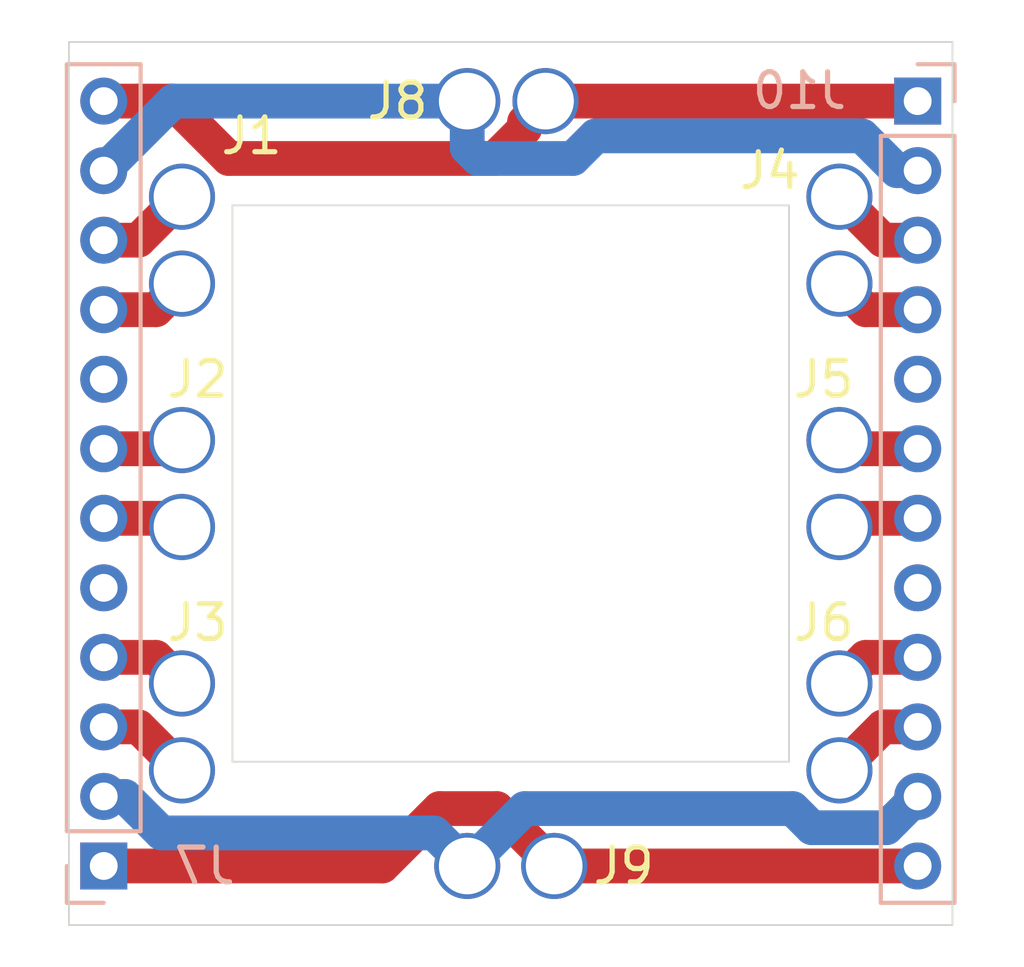
<source format=kicad_pcb>
(kicad_pcb (version 20171130) (host pcbnew 5.1.5-rc1)

  (general
    (thickness 1.6)
    (drawings 8)
    (tracks 57)
    (zones 0)
    (modules 18)
    (nets 17)
  )

  (page A4)
  (layers
    (0 F.Cu signal)
    (31 B.Cu signal)
    (32 B.Adhes user)
    (33 F.Adhes user)
    (34 B.Paste user)
    (35 F.Paste user)
    (36 B.SilkS user)
    (37 F.SilkS user)
    (38 B.Mask user)
    (39 F.Mask user)
    (40 Dwgs.User user)
    (41 Cmts.User user)
    (42 Eco1.User user)
    (43 Eco2.User user)
    (44 Edge.Cuts user)
    (45 Margin user)
    (46 B.CrtYd user)
    (47 F.CrtYd user)
    (48 B.Fab user)
    (49 F.Fab user)
  )

  (setup
    (last_trace_width 1)
    (user_trace_width 1)
    (trace_clearance 0.2)
    (zone_clearance 0.508)
    (zone_45_only no)
    (trace_min 0.2)
    (via_size 0.8)
    (via_drill 0.4)
    (via_min_size 0.4)
    (via_min_drill 0.3)
    (uvia_size 0.3)
    (uvia_drill 0.1)
    (uvias_allowed no)
    (uvia_min_size 0.2)
    (uvia_min_drill 0.1)
    (edge_width 0.05)
    (segment_width 0.2)
    (pcb_text_width 0.3)
    (pcb_text_size 1.5 1.5)
    (mod_edge_width 0.12)
    (mod_text_size 1 1)
    (mod_text_width 0.15)
    (pad_size 1.83 1.83)
    (pad_drill 1.63)
    (pad_to_mask_clearance 0.051)
    (solder_mask_min_width 0.25)
    (aux_axis_origin 0 0)
    (visible_elements FFFFFF7F)
    (pcbplotparams
      (layerselection 0x010fc_ffffffff)
      (usegerberextensions false)
      (usegerberattributes false)
      (usegerberadvancedattributes false)
      (creategerberjobfile false)
      (excludeedgelayer true)
      (linewidth 0.100000)
      (plotframeref false)
      (viasonmask false)
      (mode 1)
      (useauxorigin false)
      (hpglpennumber 1)
      (hpglpenspeed 20)
      (hpglpendiameter 15.000000)
      (psnegative false)
      (psa4output false)
      (plotreference true)
      (plotvalue true)
      (plotinvisibletext false)
      (padsonsilk false)
      (subtractmaskfromsilk false)
      (outputformat 1)
      (mirror false)
      (drillshape 0)
      (scaleselection 1)
      (outputdirectory "output"))
  )

  (net 0 "")
  (net 1 "Net-(J1-Pad1)")
  (net 2 "Net-(J2-Pad1)")
  (net 3 "Net-(J3-Pad1)")
  (net 4 "Net-(J10-Pad3)")
  (net 5 "Net-(J10-Pad6)")
  (net 6 "Net-(J10-Pad9)")
  (net 7 "Net-(J10-Pad12)")
  (net 8 "Net-(J10-Pad11)")
  (net 9 "Net-(J13-Pad1)")
  (net 10 "Net-(J12-Pad1)")
  (net 11 "Net-(J11-Pad1)")
  (net 12 "Net-(J10-Pad2)")
  (net 13 "Net-(J10-Pad1)")
  (net 14 "Net-(J10-Pad10)")
  (net 15 "Net-(J10-Pad7)")
  (net 16 "Net-(J10-Pad4)")

  (net_class Default "This is the default net class."
    (clearance 0.2)
    (trace_width 0.25)
    (via_dia 0.8)
    (via_drill 0.4)
    (uvia_dia 0.3)
    (uvia_drill 0.1)
    (add_net "Net-(J1-Pad1)")
    (add_net "Net-(J10-Pad1)")
    (add_net "Net-(J10-Pad10)")
    (add_net "Net-(J10-Pad11)")
    (add_net "Net-(J10-Pad12)")
    (add_net "Net-(J10-Pad2)")
    (add_net "Net-(J10-Pad3)")
    (add_net "Net-(J10-Pad4)")
    (add_net "Net-(J10-Pad6)")
    (add_net "Net-(J10-Pad7)")
    (add_net "Net-(J10-Pad9)")
    (add_net "Net-(J11-Pad1)")
    (add_net "Net-(J12-Pad1)")
    (add_net "Net-(J13-Pad1)")
    (add_net "Net-(J2-Pad1)")
    (add_net "Net-(J3-Pad1)")
  )

  (module custom:spring_pin (layer F.Cu) (tedit 5DC37D5A) (tstamp 5DC3D298)
    (at -9.45 -8.25 90)
    (path /5DC96554)
    (fp_text reference J1 (at 1.75 2 180) (layer F.SilkS)
      (effects (font (size 1 1) (thickness 0.15)))
    )
    (fp_text value PIX1 (at 0 -2.4 90) (layer F.Fab) hide
      (effects (font (size 1 1) (thickness 0.15)))
    )
    (pad 1 thru_hole circle (at 0 0 90) (size 1.9 1.9) (drill 1.63) (layers *.Cu *.Mask)
      (net 1 "Net-(J1-Pad1)"))
    (model ${KIPRJMOD}/../3d/mill-max-0964-0-15-20-85-14-11-0.step
      (offset (xyz 0 0 -2.1))
      (scale (xyz 1 1 1))
      (rotate (xyz 0 90 0))
    )
    (model ${KIPRJMOD}/../3d/mill-max-0964-0-15-20-85-14-11-0.wrl
      (at (xyz 0 0 0))
      (scale (xyz 1 1 1))
      (rotate (xyz 0 0 0))
    )
  )

  (module custom:spring_pin (layer F.Cu) (tedit 5DC37D5A) (tstamp 5DC3D187)
    (at -9.45 -1.25 90)
    (path /5DC96210)
    (fp_text reference J2 (at 1.75 0.45 180) (layer F.SilkS)
      (effects (font (size 1 1) (thickness 0.15)))
    )
    (fp_text value PIX2 (at 0 -2.4 90) (layer F.Fab) hide
      (effects (font (size 1 1) (thickness 0.15)))
    )
    (pad 1 thru_hole circle (at 0 0 90) (size 1.9 1.9) (drill 1.63) (layers *.Cu *.Mask)
      (net 2 "Net-(J2-Pad1)"))
    (model ${KIPRJMOD}/../3d/mill-max-0964-0-15-20-85-14-11-0.step
      (offset (xyz 0 0 -2.1))
      (scale (xyz 1 1 1))
      (rotate (xyz 0 90 0))
    )
    (model ${KIPRJMOD}/../3d/mill-max-0964-0-15-20-85-14-11-0.wrl
      (at (xyz 0 0 0))
      (scale (xyz 1 1 1))
      (rotate (xyz 0 0 0))
    )
  )

  (module custom:spring_pin (layer F.Cu) (tedit 5DC37D5A) (tstamp 5DC3D17B)
    (at -9.45 5.75 90)
    (path /5DC959BD)
    (fp_text reference J3 (at 1.75 0.45 180) (layer F.SilkS)
      (effects (font (size 1 1) (thickness 0.15)))
    )
    (fp_text value PIX3 (at 0 -2.4 90) (layer F.Fab) hide
      (effects (font (size 1 1) (thickness 0.15)))
    )
    (pad 1 thru_hole circle (at 0 0 90) (size 1.9 1.9) (drill 1.63) (layers *.Cu *.Mask)
      (net 3 "Net-(J3-Pad1)"))
    (model ${KIPRJMOD}/../3d/mill-max-0964-0-15-20-85-14-11-0.step
      (offset (xyz 0 0 -2.1))
      (scale (xyz 1 1 1))
      (rotate (xyz 0 90 0))
    )
    (model ${KIPRJMOD}/../3d/mill-max-0964-0-15-20-85-14-11-0.wrl
      (at (xyz 0 0 0))
      (scale (xyz 1 1 1))
      (rotate (xyz 0 0 0))
    )
  )

  (module custom:spring_pin (layer F.Cu) (tedit 5DC37D5A) (tstamp 5DC3D27A)
    (at 9.45 -8.25 90)
    (path /5DC98D77)
    (fp_text reference J4 (at 0.75 -2 180) (layer F.SilkS)
      (effects (font (size 1 1) (thickness 0.15)))
    )
    (fp_text value PIX4 (at 0 -2.4 90) (layer F.Fab) hide
      (effects (font (size 1 1) (thickness 0.15)))
    )
    (pad 1 thru_hole circle (at 0 0 90) (size 1.9 1.9) (drill 1.63) (layers *.Cu *.Mask)
      (net 4 "Net-(J10-Pad3)"))
    (model ${KIPRJMOD}/../3d/mill-max-0964-0-15-20-85-14-11-0.step
      (offset (xyz 0 0 -2.1))
      (scale (xyz 1 1 1))
      (rotate (xyz 0 90 0))
    )
    (model ${KIPRJMOD}/../3d/mill-max-0964-0-15-20-85-14-11-0.wrl
      (at (xyz 0 0 0))
      (scale (xyz 1 1 1))
      (rotate (xyz 0 0 0))
    )
  )

  (module custom:spring_pin (layer F.Cu) (tedit 5DC37D5A) (tstamp 5DC3D289)
    (at 9.45 -1.25 90)
    (path /5DC98D71)
    (fp_text reference J5 (at 1.75 -0.45 180) (layer F.SilkS)
      (effects (font (size 1 1) (thickness 0.15)))
    )
    (fp_text value PIX5 (at 0 -2.4 90) (layer F.Fab) hide
      (effects (font (size 1 1) (thickness 0.15)))
    )
    (pad 1 thru_hole circle (at 0 0 90) (size 1.9 1.9) (drill 1.63) (layers *.Cu *.Mask)
      (net 5 "Net-(J10-Pad6)"))
    (model ${KIPRJMOD}/../3d/mill-max-0964-0-15-20-85-14-11-0.step
      (offset (xyz 0 0 -2.1))
      (scale (xyz 1 1 1))
      (rotate (xyz 0 90 0))
    )
    (model ${KIPRJMOD}/../3d/mill-max-0964-0-15-20-85-14-11-0.wrl
      (at (xyz 0 0 0))
      (scale (xyz 1 1 1))
      (rotate (xyz 0 0 0))
    )
  )

  (module custom:spring_pin (layer F.Cu) (tedit 5DC37D5A) (tstamp 5DC3D2D4)
    (at 9.45 5.75 90)
    (path /5DC98D6B)
    (fp_text reference J6 (at 1.75 -0.45) (layer F.SilkS)
      (effects (font (size 1 1) (thickness 0.15)))
    )
    (fp_text value PIX6 (at 0 -2.4 90) (layer F.Fab) hide
      (effects (font (size 1 1) (thickness 0.15)))
    )
    (pad 1 thru_hole circle (at 0 0 90) (size 1.9 1.9) (drill 1.63) (layers *.Cu *.Mask)
      (net 6 "Net-(J10-Pad9)"))
    (model ${KIPRJMOD}/../3d/mill-max-0964-0-15-20-85-14-11-0.step
      (offset (xyz 0 0 -2.1))
      (scale (xyz 1 1 1))
      (rotate (xyz 0 90 0))
    )
    (model ${KIPRJMOD}/../3d/mill-max-0964-0-15-20-85-14-11-0.wrl
      (at (xyz 0 0 0))
      (scale (xyz 1 1 1))
      (rotate (xyz 0 0 0))
    )
  )

  (module Connector_PinHeader_2.00mm:PinHeader_1x12_P2.00mm_Vertical (layer B.Cu) (tedit 59FED667) (tstamp 5DC3D1CF)
    (at -11.7 11)
    (descr "Through hole straight pin header, 1x12, 2.00mm pitch, single row")
    (tags "Through hole pin header THT 1x12 2.00mm single row")
    (path /5DCA35B0)
    (fp_text reference J7 (at 2.9 0) (layer B.SilkS)
      (effects (font (size 1 1) (thickness 0.15)) (justify mirror))
    )
    (fp_text value L_CONN (at 0 -24.06) (layer B.Fab)
      (effects (font (size 1 1) (thickness 0.15)) (justify mirror))
    )
    (fp_text user %R (at 0 -11 -90) (layer B.Fab)
      (effects (font (size 1 1) (thickness 0.15)) (justify mirror))
    )
    (fp_line (start 1.5 1.5) (end -1.5 1.5) (layer B.CrtYd) (width 0.05))
    (fp_line (start 1.5 -23.5) (end 1.5 1.5) (layer B.CrtYd) (width 0.05))
    (fp_line (start -1.5 -23.5) (end 1.5 -23.5) (layer B.CrtYd) (width 0.05))
    (fp_line (start -1.5 1.5) (end -1.5 -23.5) (layer B.CrtYd) (width 0.05))
    (fp_line (start -1.06 1.06) (end 0 1.06) (layer B.SilkS) (width 0.12))
    (fp_line (start -1.06 0) (end -1.06 1.06) (layer B.SilkS) (width 0.12))
    (fp_line (start -1.06 -1) (end 1.06 -1) (layer B.SilkS) (width 0.12))
    (fp_line (start 1.06 -1) (end 1.06 -23.06) (layer B.SilkS) (width 0.12))
    (fp_line (start -1.06 -1) (end -1.06 -23.06) (layer B.SilkS) (width 0.12))
    (fp_line (start -1.06 -23.06) (end 1.06 -23.06) (layer B.SilkS) (width 0.12))
    (fp_line (start -1 0.5) (end -0.5 1) (layer B.Fab) (width 0.1))
    (fp_line (start -1 -23) (end -1 0.5) (layer B.Fab) (width 0.1))
    (fp_line (start 1 -23) (end -1 -23) (layer B.Fab) (width 0.1))
    (fp_line (start 1 1) (end 1 -23) (layer B.Fab) (width 0.1))
    (fp_line (start -0.5 1) (end 1 1) (layer B.Fab) (width 0.1))
    (pad 12 thru_hole oval (at 0 -22) (size 1.35 1.35) (drill 0.8) (layers *.Cu *.Mask)
      (net 13 "Net-(J10-Pad1)"))
    (pad 11 thru_hole oval (at 0 -20) (size 1.35 1.35) (drill 0.8) (layers *.Cu *.Mask)
      (net 12 "Net-(J10-Pad2)"))
    (pad 10 thru_hole oval (at 0 -18) (size 1.35 1.35) (drill 0.8) (layers *.Cu *.Mask)
      (net 1 "Net-(J1-Pad1)"))
    (pad 9 thru_hole oval (at 0 -16) (size 1.35 1.35) (drill 0.8) (layers *.Cu *.Mask)
      (net 11 "Net-(J11-Pad1)"))
    (pad 8 thru_hole oval (at 0 -14) (size 1.35 1.35) (drill 0.8) (layers *.Cu *.Mask))
    (pad 7 thru_hole oval (at 0 -12) (size 1.35 1.35) (drill 0.8) (layers *.Cu *.Mask)
      (net 2 "Net-(J2-Pad1)"))
    (pad 6 thru_hole oval (at 0 -10) (size 1.35 1.35) (drill 0.8) (layers *.Cu *.Mask)
      (net 10 "Net-(J12-Pad1)"))
    (pad 5 thru_hole oval (at 0 -8) (size 1.35 1.35) (drill 0.8) (layers *.Cu *.Mask))
    (pad 4 thru_hole oval (at 0 -6) (size 1.35 1.35) (drill 0.8) (layers *.Cu *.Mask)
      (net 3 "Net-(J3-Pad1)"))
    (pad 3 thru_hole oval (at 0 -4) (size 1.35 1.35) (drill 0.8) (layers *.Cu *.Mask)
      (net 9 "Net-(J13-Pad1)"))
    (pad 2 thru_hole oval (at 0 -2) (size 1.35 1.35) (drill 0.8) (layers *.Cu *.Mask)
      (net 8 "Net-(J10-Pad11)"))
    (pad 1 thru_hole rect (at 0 0) (size 1.35 1.35) (drill 0.8) (layers *.Cu *.Mask)
      (net 7 "Net-(J10-Pad12)"))
    (model ${KISYS3DMOD}/Connector_PinHeader_2.00mm.3dshapes/PinHeader_1x12_P2.00mm_Vertical.wrl
      (at (xyz 0 0 0))
      (scale (xyz 1 1 1))
      (rotate (xyz 0 0 0))
    )
  )

  (module custom:spring_pin (layer F.Cu) (tedit 5DC37D5A) (tstamp 5DC3D2A4)
    (at -1.25 -11 90)
    (path /5DCA1A30)
    (fp_text reference J8 (at 0 -2) (layer F.SilkS)
      (effects (font (size 1 1) (thickness 0.15)))
    )
    (fp_text value TOP_TCE (at 0 -2.4 90) (layer F.Fab) hide
      (effects (font (size 1 1) (thickness 0.15)))
    )
    (pad 1 thru_hole circle (at 0 0 90) (size 1.9 1.9) (drill 1.63) (layers *.Cu *.Mask)
      (net 12 "Net-(J10-Pad2)"))
    (model ${KIPRJMOD}/../3d/mill-max-0964-0-15-20-85-14-11-0.step
      (offset (xyz 0 0 -2.1))
      (scale (xyz 1 1 1))
      (rotate (xyz 0 90 0))
    )
    (model ${KIPRJMOD}/../3d/mill-max-0964-0-15-20-85-14-11-0.wrl
      (at (xyz 0 0 0))
      (scale (xyz 1 1 1))
      (rotate (xyz 0 0 0))
    )
  )

  (module custom:spring_pin (layer F.Cu) (tedit 5DC37D5A) (tstamp 5DC3D2B3)
    (at 1.25 11 90)
    (path /5DCA2000)
    (fp_text reference J9 (at 0 2 180) (layer F.SilkS)
      (effects (font (size 1 1) (thickness 0.15)))
    )
    (fp_text value BOT_TCE (at 0 -2.4 90) (layer F.Fab) hide
      (effects (font (size 1 1) (thickness 0.15)))
    )
    (pad 1 thru_hole circle (at 0 0 90) (size 1.9 1.9) (drill 1.63) (layers *.Cu *.Mask)
      (net 7 "Net-(J10-Pad12)"))
    (model ${KIPRJMOD}/../3d/mill-max-0964-0-15-20-85-14-11-0.step
      (offset (xyz 0 0 -2.1))
      (scale (xyz 1 1 1))
      (rotate (xyz 0 90 0))
    )
    (model ${KIPRJMOD}/../3d/mill-max-0964-0-15-20-85-14-11-0.wrl
      (at (xyz 0 0 0))
      (scale (xyz 1 1 1))
      (rotate (xyz 0 0 0))
    )
  )

  (module Connector_PinHeader_2.00mm:PinHeader_1x12_P2.00mm_Vertical (layer B.Cu) (tedit 59FED667) (tstamp 5DC3D22C)
    (at 11.7 -11 180)
    (descr "Through hole straight pin header, 1x12, 2.00mm pitch, single row")
    (tags "Through hole pin header THT 1x12 2.00mm single row")
    (path /5DCA2856)
    (fp_text reference J10 (at 3.4 0.3) (layer B.SilkS)
      (effects (font (size 1 1) (thickness 0.15)) (justify mirror))
    )
    (fp_text value R_CONN (at 0 -24.06) (layer B.Fab)
      (effects (font (size 1 1) (thickness 0.15)) (justify mirror))
    )
    (fp_text user %R (at 0 -11 270) (layer B.Fab)
      (effects (font (size 1 1) (thickness 0.15)) (justify mirror))
    )
    (fp_line (start 1.5 1.5) (end -1.5 1.5) (layer B.CrtYd) (width 0.05))
    (fp_line (start 1.5 -23.5) (end 1.5 1.5) (layer B.CrtYd) (width 0.05))
    (fp_line (start -1.5 -23.5) (end 1.5 -23.5) (layer B.CrtYd) (width 0.05))
    (fp_line (start -1.5 1.5) (end -1.5 -23.5) (layer B.CrtYd) (width 0.05))
    (fp_line (start -1.06 1.06) (end 0 1.06) (layer B.SilkS) (width 0.12))
    (fp_line (start -1.06 0) (end -1.06 1.06) (layer B.SilkS) (width 0.12))
    (fp_line (start -1.06 -1) (end 1.06 -1) (layer B.SilkS) (width 0.12))
    (fp_line (start 1.06 -1) (end 1.06 -23.06) (layer B.SilkS) (width 0.12))
    (fp_line (start -1.06 -1) (end -1.06 -23.06) (layer B.SilkS) (width 0.12))
    (fp_line (start -1.06 -23.06) (end 1.06 -23.06) (layer B.SilkS) (width 0.12))
    (fp_line (start -1 0.5) (end -0.5 1) (layer B.Fab) (width 0.1))
    (fp_line (start -1 -23) (end -1 0.5) (layer B.Fab) (width 0.1))
    (fp_line (start 1 -23) (end -1 -23) (layer B.Fab) (width 0.1))
    (fp_line (start 1 1) (end 1 -23) (layer B.Fab) (width 0.1))
    (fp_line (start -0.5 1) (end 1 1) (layer B.Fab) (width 0.1))
    (pad 12 thru_hole oval (at 0 -22 180) (size 1.35 1.35) (drill 0.8) (layers *.Cu *.Mask)
      (net 7 "Net-(J10-Pad12)"))
    (pad 11 thru_hole oval (at 0 -20 180) (size 1.35 1.35) (drill 0.8) (layers *.Cu *.Mask)
      (net 8 "Net-(J10-Pad11)"))
    (pad 10 thru_hole oval (at 0 -18 180) (size 1.35 1.35) (drill 0.8) (layers *.Cu *.Mask)
      (net 14 "Net-(J10-Pad10)"))
    (pad 9 thru_hole oval (at 0 -16 180) (size 1.35 1.35) (drill 0.8) (layers *.Cu *.Mask)
      (net 6 "Net-(J10-Pad9)"))
    (pad 8 thru_hole oval (at 0 -14 180) (size 1.35 1.35) (drill 0.8) (layers *.Cu *.Mask))
    (pad 7 thru_hole oval (at 0 -12 180) (size 1.35 1.35) (drill 0.8) (layers *.Cu *.Mask)
      (net 15 "Net-(J10-Pad7)"))
    (pad 6 thru_hole oval (at 0 -10 180) (size 1.35 1.35) (drill 0.8) (layers *.Cu *.Mask)
      (net 5 "Net-(J10-Pad6)"))
    (pad 5 thru_hole oval (at 0 -8 180) (size 1.35 1.35) (drill 0.8) (layers *.Cu *.Mask))
    (pad 4 thru_hole oval (at 0 -6 180) (size 1.35 1.35) (drill 0.8) (layers *.Cu *.Mask)
      (net 16 "Net-(J10-Pad4)"))
    (pad 3 thru_hole oval (at 0 -4 180) (size 1.35 1.35) (drill 0.8) (layers *.Cu *.Mask)
      (net 4 "Net-(J10-Pad3)"))
    (pad 2 thru_hole oval (at 0 -2 180) (size 1.35 1.35) (drill 0.8) (layers *.Cu *.Mask)
      (net 12 "Net-(J10-Pad2)"))
    (pad 1 thru_hole rect (at 0 0 180) (size 1.35 1.35) (drill 0.8) (layers *.Cu *.Mask)
      (net 13 "Net-(J10-Pad1)"))
    (model ${KISYS3DMOD}/Connector_PinHeader_2.00mm.3dshapes/PinHeader_1x12_P2.00mm_Vertical.wrl
      (at (xyz 0 0 0))
      (scale (xyz 1 1 1))
      (rotate (xyz 0 0 0))
    )
  )

  (module custom:spring_pin (layer F.Cu) (tedit 5DC37D5A) (tstamp 5DC3D26E)
    (at -9.45 -5.75 90)
    (path /5DCA753D)
    (fp_text reference J11 (at 0 2 90) (layer F.SilkS) hide
      (effects (font (size 1 1) (thickness 0.15)))
    )
    (fp_text value PIX1 (at 0 -2.4 90) (layer F.Fab) hide
      (effects (font (size 1 1) (thickness 0.15)))
    )
    (pad 1 thru_hole circle (at 0 0 90) (size 1.9 1.9) (drill 1.63) (layers *.Cu *.Mask)
      (net 11 "Net-(J11-Pad1)"))
    (model ${KIPRJMOD}/../3d/mill-max-0964-0-15-20-85-14-11-0.step
      (offset (xyz 0 0 -2.1))
      (scale (xyz 1 1 1))
      (rotate (xyz 0 90 0))
    )
    (model ${KIPRJMOD}/../3d/mill-max-0964-0-15-20-85-14-11-0.wrl
      (at (xyz 0 0 0))
      (scale (xyz 1 1 1))
      (rotate (xyz 0 0 0))
    )
  )

  (module custom:spring_pin (layer F.Cu) (tedit 5DC37D5A) (tstamp 5DC3D2F5)
    (at -9.45 1.25 90)
    (path /5DCA7448)
    (fp_text reference J12 (at 0 2 90) (layer F.SilkS) hide
      (effects (font (size 1 1) (thickness 0.15)))
    )
    (fp_text value PIX2 (at 0 -2.4 90) (layer F.Fab) hide
      (effects (font (size 1 1) (thickness 0.15)))
    )
    (pad 1 thru_hole circle (at 0 0 90) (size 1.9 1.9) (drill 1.63) (layers *.Cu *.Mask)
      (net 10 "Net-(J12-Pad1)"))
    (model ${KIPRJMOD}/../3d/mill-max-0964-0-15-20-85-14-11-0.step
      (offset (xyz 0 0 -2.1))
      (scale (xyz 1 1 1))
      (rotate (xyz 0 90 0))
    )
    (model ${KIPRJMOD}/../3d/mill-max-0964-0-15-20-85-14-11-0.wrl
      (at (xyz 0 0 0))
      (scale (xyz 1 1 1))
      (rotate (xyz 0 0 0))
    )
  )

  (module custom:spring_pin (layer F.Cu) (tedit 5DC37D5A) (tstamp 5DC3D133)
    (at -9.45 8.25 90)
    (path /5DCA736A)
    (fp_text reference J13 (at 0 2 90) (layer F.SilkS) hide
      (effects (font (size 1 1) (thickness 0.15)))
    )
    (fp_text value PIX3 (at 0 -2.4 90) (layer F.Fab) hide
      (effects (font (size 1 1) (thickness 0.15)))
    )
    (pad 1 thru_hole circle (at 0 0 90) (size 1.9 1.9) (drill 1.63) (layers *.Cu *.Mask)
      (net 9 "Net-(J13-Pad1)"))
    (model ${KIPRJMOD}/../3d/mill-max-0964-0-15-20-85-14-11-0.step
      (offset (xyz 0 0 -2.1))
      (scale (xyz 1 1 1))
      (rotate (xyz 0 90 0))
    )
    (model ${KIPRJMOD}/../3d/mill-max-0964-0-15-20-85-14-11-0.wrl
      (at (xyz 0 0 0))
      (scale (xyz 1 1 1))
      (rotate (xyz 0 0 0))
    )
  )

  (module custom:spring_pin (layer F.Cu) (tedit 5DC37D5A) (tstamp 5DC3D13F)
    (at -1.25 11 90)
    (path /5DCA714A)
    (fp_text reference J14 (at 0 2 90) (layer F.SilkS) hide
      (effects (font (size 1 1) (thickness 0.15)))
    )
    (fp_text value BOT_TCE (at 0 -2.4 90) (layer F.Fab) hide
      (effects (font (size 1 1) (thickness 0.15)))
    )
    (pad 1 thru_hole circle (at 0 0 90) (size 1.9 1.9) (drill 1.63) (layers *.Cu *.Mask)
      (net 8 "Net-(J10-Pad11)"))
    (model ${KIPRJMOD}/../3d/mill-max-0964-0-15-20-85-14-11-0.step
      (offset (xyz 0 0 -2.1))
      (scale (xyz 1 1 1))
      (rotate (xyz 0 90 0))
    )
    (model ${KIPRJMOD}/../3d/mill-max-0964-0-15-20-85-14-11-0.wrl
      (at (xyz 0 0 0))
      (scale (xyz 1 1 1))
      (rotate (xyz 0 0 0))
    )
  )

  (module custom:spring_pin (layer F.Cu) (tedit 5DC37D5A) (tstamp 5DC3D14B)
    (at 1 -11 90)
    (path /5DCA7045)
    (fp_text reference J15 (at 0 2 90) (layer F.SilkS) hide
      (effects (font (size 1 1) (thickness 0.15)))
    )
    (fp_text value TOP_TCE (at 0 -2.4 90) (layer F.Fab) hide
      (effects (font (size 1 1) (thickness 0.15)))
    )
    (pad 1 thru_hole circle (at 0 0 90) (size 1.9 1.9) (drill 1.63) (layers *.Cu *.Mask)
      (net 13 "Net-(J10-Pad1)"))
    (model ${KIPRJMOD}/../3d/mill-max-0964-0-15-20-85-14-11-0.step
      (offset (xyz 0 0 -2.1))
      (scale (xyz 1 1 1))
      (rotate (xyz 0 90 0))
    )
    (model ${KIPRJMOD}/../3d/mill-max-0964-0-15-20-85-14-11-0.wrl
      (at (xyz 0 0 0))
      (scale (xyz 1 1 1))
      (rotate (xyz 0 0 0))
    )
  )

  (module custom:spring_pin (layer F.Cu) (tedit 5DC37D5A) (tstamp 5DC3D157)
    (at 9.45 -5.75 90)
    (path /5DCA7B46)
    (fp_text reference J16 (at 0 -2 90) (layer F.SilkS) hide
      (effects (font (size 1 1) (thickness 0.15)))
    )
    (fp_text value PIX4 (at 0 -2.4 90) (layer F.Fab) hide
      (effects (font (size 1 1) (thickness 0.15)))
    )
    (pad 1 thru_hole circle (at 0 0 90) (size 1.9 1.9) (drill 1.63) (layers *.Cu *.Mask)
      (net 16 "Net-(J10-Pad4)"))
    (model ${KIPRJMOD}/../3d/mill-max-0964-0-15-20-85-14-11-0.step
      (offset (xyz 0 0 -2.1))
      (scale (xyz 1 1 1))
      (rotate (xyz 0 90 0))
    )
    (model ${KIPRJMOD}/../3d/mill-max-0964-0-15-20-85-14-11-0.wrl
      (at (xyz 0 0 0))
      (scale (xyz 1 1 1))
      (rotate (xyz 0 0 0))
    )
  )

  (module custom:spring_pin (layer F.Cu) (tedit 5DC37D5A) (tstamp 5DC3D163)
    (at 9.45 1.25 90)
    (path /5DCA8034)
    (fp_text reference J17 (at 0 2 90) (layer F.SilkS) hide
      (effects (font (size 1 1) (thickness 0.15)))
    )
    (fp_text value PIX5 (at 0 -2.4 90) (layer F.Fab) hide
      (effects (font (size 1 1) (thickness 0.15)))
    )
    (pad 1 thru_hole circle (at 0 0 90) (size 1.9 1.9) (drill 1.63) (layers *.Cu *.Mask)
      (net 15 "Net-(J10-Pad7)"))
    (model ${KIPRJMOD}/../3d/mill-max-0964-0-15-20-85-14-11-0.step
      (offset (xyz 0 0 -2.1))
      (scale (xyz 1 1 1))
      (rotate (xyz 0 90 0))
    )
    (model ${KIPRJMOD}/../3d/mill-max-0964-0-15-20-85-14-11-0.wrl
      (at (xyz 0 0 0))
      (scale (xyz 1 1 1))
      (rotate (xyz 0 0 0))
    )
  )

  (module custom:spring_pin (layer F.Cu) (tedit 5DC37D5A) (tstamp 5DC3D16F)
    (at 9.45 8.25 90)
    (path /5DCA815E)
    (fp_text reference J18 (at 0 -2 90) (layer F.SilkS) hide
      (effects (font (size 1 1) (thickness 0.15)))
    )
    (fp_text value PIX6 (at 0 -2.4 90) (layer F.Fab) hide
      (effects (font (size 1 1) (thickness 0.15)))
    )
    (pad 1 thru_hole circle (at 0 0 90) (size 1.9 1.9) (drill 1.63) (layers *.Cu *.Mask)
      (net 14 "Net-(J10-Pad10)"))
    (model ${KIPRJMOD}/../3d/mill-max-0964-0-15-20-85-14-11-0.step
      (offset (xyz 0 0 -2.1))
      (scale (xyz 1 1 1))
      (rotate (xyz 0 90 0))
    )
    (model ${KIPRJMOD}/../3d/mill-max-0964-0-15-20-85-14-11-0.wrl
      (at (xyz 0 0 0))
      (scale (xyz 1 1 1))
      (rotate (xyz 0 0 0))
    )
  )

  (gr_line (start 8 8) (end -8 8) (layer Edge.Cuts) (width 0.05) (tstamp 5DC3D41D))
  (gr_line (start 8 -8) (end 8 8) (layer Edge.Cuts) (width 0.05))
  (gr_line (start -8 -8) (end 8 -8) (layer Edge.Cuts) (width 0.05))
  (gr_line (start -8 8) (end -8 -8) (layer Edge.Cuts) (width 0.05))
  (gr_line (start -12.7 -12.7) (end -12.7 12.7) (layer Edge.Cuts) (width 0.05) (tstamp 5DC3D34C))
  (gr_line (start 12.7 -12.7) (end -12.7 -12.7) (layer Edge.Cuts) (width 0.05) (tstamp 5DC3D2E0))
  (gr_line (start 12.7 12.7) (end 12.7 -12.7) (layer Edge.Cuts) (width 0.05) (tstamp 5DC3D343))
  (gr_line (start -12.7 12.7) (end 12.7 12.7) (layer Edge.Cuts) (width 0.05) (tstamp 5DC3D334))

  (segment (start -10.7 -7) (end -9.45 -8.25) (width 1) (layer F.Cu) (net 1) (tstamp 5DC3D325))
  (segment (start -11.7 -7) (end -10.7 -7) (width 1) (layer F.Cu) (net 1) (tstamp 5DC3D355))
  (segment (start -9.7 -1) (end -9.45 -1.25) (width 1) (layer F.Cu) (net 2) (tstamp 5DC3D19C))
  (segment (start -11.7 -1) (end -9.7 -1) (width 1) (layer F.Cu) (net 2) (tstamp 5DC3D199))
  (segment (start -10.2 5) (end -9.45 5.75) (width 1) (layer F.Cu) (net 3) (tstamp 5DC3D33D))
  (segment (start -11.7 5) (end -10.2 5) (width 1) (layer F.Cu) (net 3) (tstamp 5DC3D337))
  (segment (start 10.7 -7) (end 9.45 -8.25) (width 1) (layer F.Cu) (net 4) (tstamp 5DC3D328))
  (segment (start 11.7 -7) (end 10.7 -7) (width 1) (layer F.Cu) (net 4) (tstamp 5DC3D358))
  (segment (start 9.7 -1) (end 9.45 -1.25) (width 1) (layer F.Cu) (net 5) (tstamp 5DC3D340))
  (segment (start 11.7 -1) (end 9.7 -1) (width 1) (layer F.Cu) (net 5) (tstamp 5DC3D33A))
  (segment (start 10.2 5) (end 9.45 5.75) (width 1) (layer F.Cu) (net 6) (tstamp 5DC3D2FE))
  (segment (start 11.7 5) (end 10.2 5) (width 1) (layer F.Cu) (net 6) (tstamp 5DC3D35E))
  (segment (start 11.7 11) (end 1.25 11) (width 1) (layer F.Cu) (net 7))
  (segment (start -0.400001 9.349999) (end 0.300001 10.050001) (width 1) (layer F.Cu) (net 7))
  (segment (start -3.692002 11) (end -2.042001 9.349999) (width 1) (layer F.Cu) (net 7))
  (segment (start 0.300001 10.050001) (end 1.25 11) (width 1) (layer F.Cu) (net 7))
  (segment (start -2.042001 9.349999) (end -0.400001 9.349999) (width 1) (layer F.Cu) (net 7))
  (segment (start -11.7 11) (end -3.692002 11) (width 1) (layer F.Cu) (net 7))
  (segment (start 11.025001 9.674999) (end 11.7 9) (width 1) (layer B.Cu) (net 8))
  (segment (start 10.799999 9.900001) (end 11.025001 9.674999) (width 1) (layer B.Cu) (net 8))
  (segment (start 8.657999 9.900001) (end 10.799999 9.900001) (width 1) (layer B.Cu) (net 8))
  (segment (start 8.107997 9.349999) (end 8.657999 9.900001) (width 1) (layer B.Cu) (net 8))
  (segment (start 0.400001 9.349999) (end 8.107997 9.349999) (width 1) (layer B.Cu) (net 8))
  (segment (start -1.25 11) (end 0.400001 9.349999) (width 1) (layer B.Cu) (net 8))
  (segment (start -11.089998 9) (end -11.7 9) (width 1) (layer B.Cu) (net 8))
  (segment (start -10.039997 10.050001) (end -11.089998 9) (width 1) (layer B.Cu) (net 8))
  (segment (start -2.199999 10.050001) (end -10.039997 10.050001) (width 1) (layer B.Cu) (net 8))
  (segment (start -1.25 11) (end -2.199999 10.050001) (width 1) (layer B.Cu) (net 8))
  (segment (start -10.7 7) (end -9.45 8.25) (width 1) (layer F.Cu) (net 9) (tstamp 5DC3D19F))
  (segment (start -11.7 7) (end -10.7 7) (width 1) (layer F.Cu) (net 9) (tstamp 5DC3D2C5))
  (segment (start -9.7 1) (end -9.45 1.25) (width 1) (layer F.Cu) (net 10) (tstamp 5DC3D1A8))
  (segment (start -11.7 1) (end -9.7 1) (width 1) (layer F.Cu) (net 10) (tstamp 5DC3D2C2))
  (segment (start -10.2 -5) (end -9.45 -5.75) (width 1) (layer F.Cu) (net 11) (tstamp 5DC3D2CE))
  (segment (start -11.7 -5) (end -10.2 -5) (width 1) (layer F.Cu) (net 11) (tstamp 5DC3D34F))
  (segment (start -9.7 -11) (end -1.25 -11) (width 1) (layer B.Cu) (net 12))
  (segment (start -11.7 -9) (end -9.7 -11) (width 1) (layer B.Cu) (net 12))
  (segment (start -0.943501 -9.349999) (end -1.25 -9.656498) (width 1) (layer B.Cu) (net 12))
  (segment (start 1.792001 -9.349999) (end -0.943501 -9.349999) (width 1) (layer B.Cu) (net 12))
  (segment (start 2.442002 -10) (end 1.792001 -9.349999) (width 1) (layer B.Cu) (net 12))
  (segment (start -1.25 -9.656498) (end -1.25 -11) (width 1) (layer B.Cu) (net 12))
  (segment (start 10.100001 -10) (end 2.442002 -10) (width 1) (layer B.Cu) (net 12))
  (segment (start 11.100001 -9) (end 10.100001 -10) (width 1) (layer B.Cu) (net 12))
  (segment (start 11.7 -9) (end 11.100001 -9) (width 1) (layer B.Cu) (net 12))
  (segment (start 11.7 -11) (end 1 -11) (width 1) (layer F.Cu) (net 13))
  (segment (start -0.457999 -9.349999) (end -8.107997 -9.349999) (width 1) (layer F.Cu) (net 13))
  (segment (start -9.757998 -11) (end -10.745406 -11) (width 1) (layer F.Cu) (net 13))
  (segment (start -8.107997 -9.349999) (end -9.757998 -11) (width 1) (layer F.Cu) (net 13))
  (segment (start 0.400001 -10.207999) (end -0.457999 -9.349999) (width 1) (layer F.Cu) (net 13))
  (segment (start 0.400001 -10.400001) (end 0.400001 -10.207999) (width 1) (layer F.Cu) (net 13))
  (segment (start -10.745406 -11) (end -11.7 -11) (width 1) (layer F.Cu) (net 13))
  (segment (start 1 -11) (end 0.400001 -10.400001) (width 1) (layer F.Cu) (net 13))
  (segment (start 10.7 7) (end 9.45 8.25) (width 1) (layer F.Cu) (net 14) (tstamp 5DC3D2BC))
  (segment (start 11.7 7) (end 10.7 7) (width 1) (layer F.Cu) (net 14) (tstamp 5DC3D30D))
  (segment (start 9.7 1) (end 9.45 1.25) (width 1) (layer F.Cu) (net 15) (tstamp 5DC3D1AB))
  (segment (start 11.7 1) (end 9.7 1) (width 1) (layer F.Cu) (net 15) (tstamp 5DC3D316))
  (segment (start 10.2 -5) (end 9.45 -5.75) (width 1) (layer F.Cu) (net 16) (tstamp 5DC3D322))
  (segment (start 11.7 -5) (end 10.2 -5) (width 1) (layer F.Cu) (net 16) (tstamp 5DC3D2E6))

)

</source>
